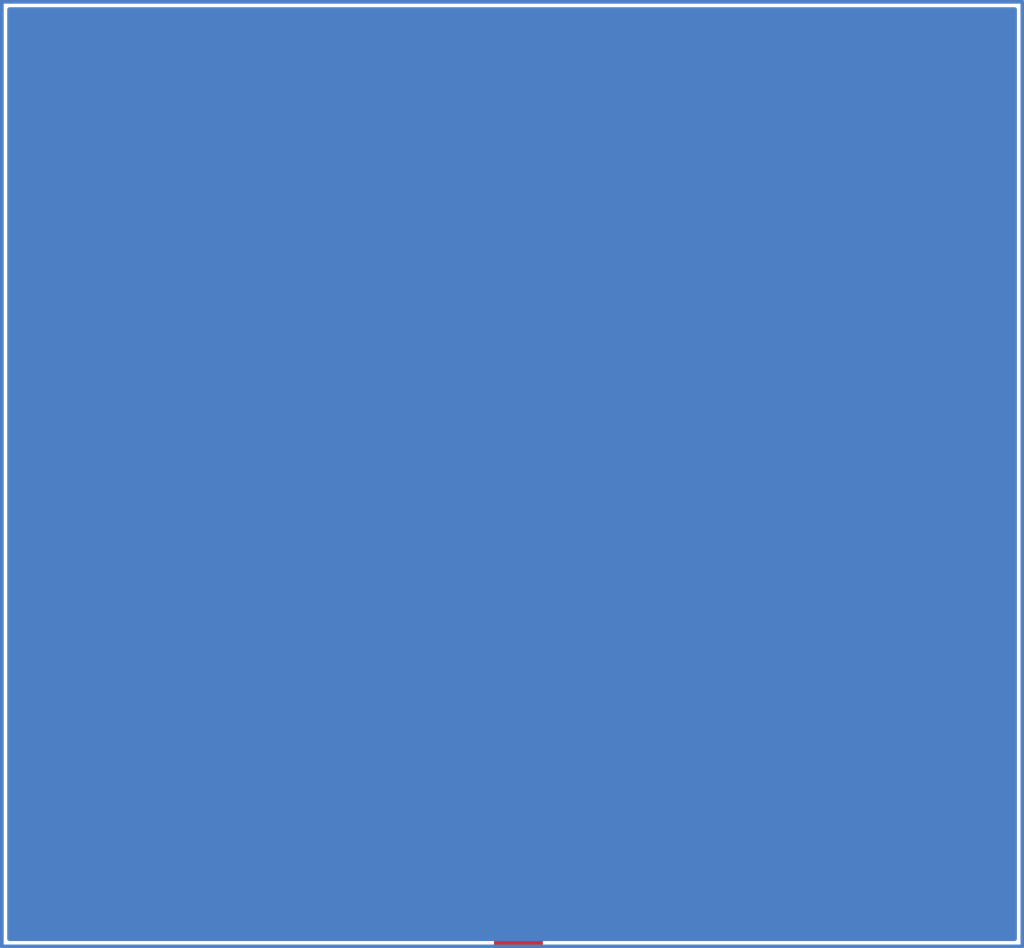
<source format=kicad_pcb>
(kicad_pcb
	(version 20241229)
	(generator "pcbnew")
	(generator_version "9.0")
	(general
		(thickness 1.6)
		(legacy_teardrops no)
	)
	(paper "A4")
	(layers
		(0 "F.Cu" signal)
		(2 "B.Cu" signal)
		(9 "F.Adhes" user "F.Adhesive")
		(11 "B.Adhes" user "B.Adhesive")
		(13 "F.Paste" user)
		(15 "B.Paste" user)
		(5 "F.SilkS" user "F.Silkscreen")
		(7 "B.SilkS" user "B.Silkscreen")
		(1 "F.Mask" user)
		(3 "B.Mask" user)
		(17 "Dwgs.User" user "User.Drawings")
		(19 "Cmts.User" user "User.Comments")
		(21 "Eco1.User" user "User.Eco1")
		(23 "Eco2.User" user "User.Eco2")
		(25 "Edge.Cuts" user)
		(27 "Margin" user)
		(31 "F.CrtYd" user "F.Courtyard")
		(29 "B.CrtYd" user "B.Courtyard")
		(35 "F.Fab" user)
		(33 "B.Fab" user)
		(39 "User.1" user)
		(41 "User.2" user)
		(43 "User.3" user)
		(45 "User.4" user)
	)
	(setup
		(pad_to_mask_clearance 0)
		(allow_soldermask_bridges_in_footprints no)
		(tenting front back)
		(pcbplotparams
			(layerselection 0x00000000_00000000_55555555_5755f5ff)
			(plot_on_all_layers_selection 0x00000000_00000000_00000000_00000000)
			(disableapertmacros no)
			(usegerberextensions no)
			(usegerberattributes yes)
			(usegerberadvancedattributes yes)
			(creategerberjobfile yes)
			(dashed_line_dash_ratio 12.000000)
			(dashed_line_gap_ratio 3.000000)
			(svgprecision 4)
			(plotframeref no)
			(mode 1)
			(useauxorigin no)
			(hpglpennumber 1)
			(hpglpenspeed 20)
			(hpglpendiameter 15.000000)
			(pdf_front_fp_property_popups yes)
			(pdf_back_fp_property_popups yes)
			(pdf_metadata yes)
			(pdf_single_document no)
			(dxfpolygonmode yes)
			(dxfimperialunits yes)
			(dxfusepcbnewfont yes)
			(psnegative no)
			(psa4output no)
			(plot_black_and_white yes)
			(plotinvisibletext no)
			(sketchpadsonfab no)
			(plotpadnumbers no)
			(hidednponfab no)
			(sketchdnponfab yes)
			(crossoutdnponfab yes)
			(subtractmaskfromsilk no)
			(outputformat 1)
			(mirror no)
			(drillshape 1)
			(scaleselection 1)
			(outputdirectory "")
		)
	)
	(net 0 "")
	(gr_line
		(start 84.5 58.5)
		(end 112.7 58.5)
		(stroke
			(width 0.2)
			(type solid)
		)
		(layer "F.Cu")
		(uuid "0396e4d3-15a0-48f8-aae8-643fa08f91f0")
	)
	(gr_line
		(start 100.85 75.8)
		(end 99.85 75.8)
		(stroke
			(width 0.2)
			(type solid)
		)
		(layer "F.Cu")
		(uuid "265615a5-f0fa-4ac3-9c43-bb2c5fef65c8")
	)
	(gr_line
		(start 97.35 95.8)
		(end 99.85 95.8)
		(stroke
			(width 0.2)
			(type solid)
		)
		(layer "F.Cu")
		(uuid "392b5ff3-5911-4bc2-9f5d-1fd0f2f0fbd4")
	)
	(gr_line
		(start 96.35 85.8)
		(end 96.35 75.8)
		(stroke
			(width 0.2)
			(type solid)
		)
		(layer "F.Cu")
		(uuid "5efcdb6b-f4bb-4339-bfb6-b71e3146eebd")
	)
	(gr_line
		(start 99.85 75.8)
		(end 99.85 95.8)
		(stroke
			(width 0.2)
			(type solid)
		)
		(layer "F.Cu")
		(uuid "669eaa67-6486-4d78-8c10-dbd4bb739acf")
	)
	(gr_line
		(start 84.5 85.8)
		(end 96.35 85.8)
		(stroke
			(width 0.2)
			(type solid)
		)
		(layer "F.Cu")
		(uuid "89d614af-590d-4bd4-a6bc-f59027bcaa67")
	)
	(gr_line
		(start 97.35 75.8)
		(end 97.35 95.8)
		(stroke
			(width 0.2)
			(type solid)
		)
		(layer "F.Cu")
		(uuid "999e4a26-6503-431d-a0c2-6391d03ae554")
	)
	(gr_poly
		(pts
			(xy 84.5 58.5) (xy 84.5 85.8) (xy 96.35 85.8) (xy 96.35 75.8) (xy 97.35 75.8) (xy 97.35 95.8) (xy 99.85 95.8)
			(xy 99.85 75.8) (xy 100.85 75.8) (xy 100.85 85.8) (xy 112.7 85.8) (xy 112.7 58.5)
		)
		(stroke
			(width 0.2)
			(type solid)
		)
		(fill yes)
		(layer "F.Cu")
		(uuid "9d21b0ba-c5db-4c22-bb4a-00d35846cd59")
	)
	(gr_line
		(start 100.85 85.8)
		(end 100.85 75.8)
		(stroke
			(width 0.2)
			(type solid)
		)
		(layer "F.Cu")
		(uuid "b10b5ef6-cfee-4925-b5ac-09af38dd1f5e")
	)
	(gr_line
		(start 96.35 75.8)
		(end 97.35 75.8)
		(stroke
			(width 0.2)
			(type solid)
		)
		(layer "F.Cu")
		(uuid "c2dc7612-3ee8-42f5-a0a7-2e4f70da31df")
	)
	(gr_line
		(start 112.7 58.5)
		(end 112.7 85.8)
		(stroke
			(width 0.2)
			(type solid)
		)
		(layer "F.Cu")
		(uuid "cdfd1ad6-b500-441a-8d23-81bbc8c1ba0e")
	)
	(gr_line
		(start 84.5 58.5)
		(end 84.5 85.8)
		(stroke
			(width 0.2)
			(type solid)
		)
		(layer "F.Cu")
		(uuid "dce7494b-8be2-4e04-a59b-6719be9d2216")
	)
	(gr_line
		(start 112.7 85.8)
		(end 100.85 85.8)
		(stroke
			(width 0.2)
			(type solid)
		)
		(layer "F.Cu")
		(uuid "f742154c-37f7-48a5-aa4e-c4218ecee932")
	)
	(gr_rect
		(start 70 43.5)
		(end 126.5 95.8)
		(stroke
			(width 0.2)
			(type solid)
		)
		(fill no)
		(layer "B.Cu")
		(uuid "d58ac20b-89d2-4e0b-8a73-c5469fd2d123")
	)
	(gr_rect
		(start 70 43.5)
		(end 126.5 95.8)
		(stroke
			(width 0.2)
			(type default)
		)
		(fill no)
		(layer "B.Cu")
		(uuid "e730c845-7259-4c6c-80fb-4e447e35b7e0")
	)
	(zone
		(net 0)
		(net_name "")
		(layer "B.Cu")
		(uuid "b9997ed9-688e-46bb-8440-68f3881dcb4f")
		(hatch edge 0.5)
		(connect_pads
			(clearance 0)
		)
		(min_thickness 0.25)
		(filled_areas_thickness no)
		(fill yes
			(thermal_gap 0.5)
			(thermal_bridge_width 0.5)
			(island_removal_mode 1)
			(island_area_min 10)
		)
		(polygon
			(pts
				(xy 70 43.5) (xy 70 95.8) (xy 126.5 95.8) (xy 126.5 43.5)
			)
		)
		(filled_polygon
			(layer "B.Cu")
			(island)
			(pts
				(xy 126.142539 43.820185) (xy 126.188294 43.872989) (xy 126.1995 43.9245) (xy 126.1995 95.3755)
				(xy 126.179815 95.442539) (xy 126.127011 95.488294) (xy 126.0755 95.4995) (xy 70.4245 95.4995) (xy 70.357461 95.479815)
				(xy 70.311706 95.427011) (xy 70.3005 95.3755) (xy 70.3005 43.9245) (xy 70.320185 43.857461) (xy 70.372989 43.811706)
				(xy 70.4245 43.8005) (xy 126.0755 43.8005)
			)
		)
	)
	(embedded_fonts no)
)

</source>
